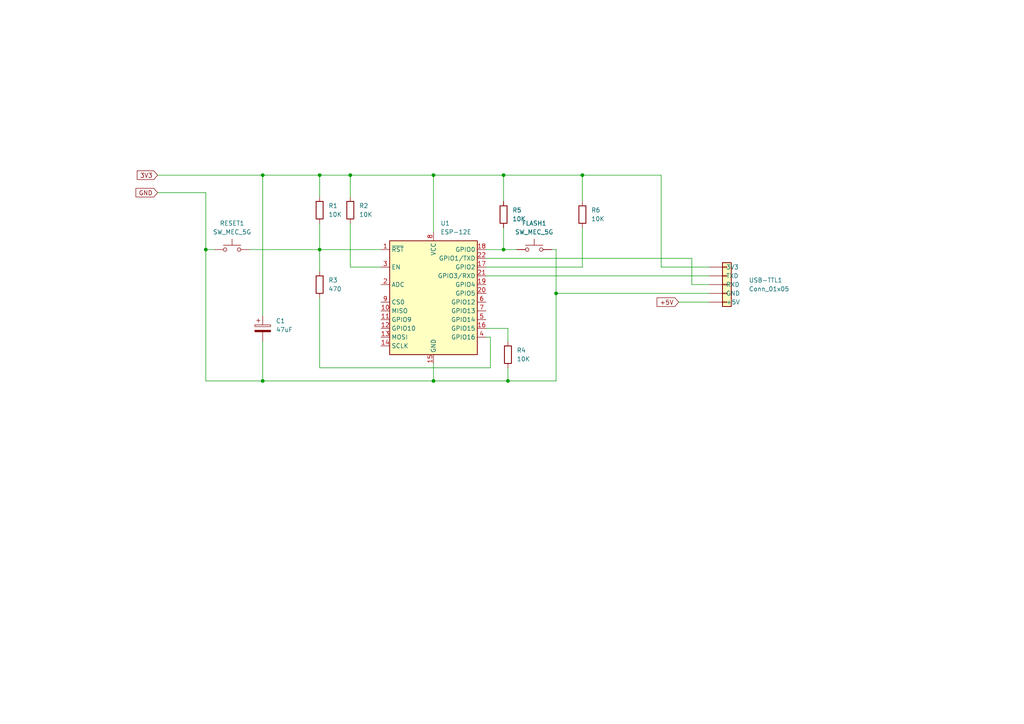
<source format=kicad_sch>
(kicad_sch (version 20211123) (generator eeschema)
  (paper "A4")
  (lib_symbols
    (symbol "Connector_Generic:Conn_01x05" (pin_numbers hide) (pin_names (offset 1.016))
      (property "Reference" "USB-TTL" (at 6.35 1.27 0))
      (property "Value" "Conn_01x05" (at 6.35 -1.27 0))
      (symbol "Conn_01x05_1_1"
        (rectangle (start -1.27 -4.953) (end 0 -5.207) (stroke (width 0.1524)))
        (rectangle (start -1.27 -2.413) (end 0 -2.667) (stroke (width 0.1524)))
        (rectangle (start -1.27 0.127) (end 0 -0.127) (stroke (width 0.1524)))
        (rectangle (start -1.27 2.667) (end 0 2.413) (stroke (width 0.1524)))
        (rectangle (start -1.27 5.207) (end 0 4.953) (stroke (width 0.1524)))
        (rectangle (start -1.27 6.35) (end 1.27 -6.35) (stroke (width 0.254)) (fill (type background)))
        (pin passive line (at -5.08 5.08 0) (length 3.81) (name "3V3") (number "1"))
        (pin passive line (at -5.08 2.54 0) (length 3.81) (name "TXD") (number "2"))
        (pin passive line (at -5.08 0 0) (length 3.81) (name "RXD") (number "3"))
        (pin passive line (at -5.08 -2.54 0) (length 3.81) (name "GND") (number "4"))
        (pin passive line (at -5.08 -5.08 0) (length 3.81) (name "+5V") (number "5"))
      )
    )
    (symbol "Device:C_Polarized" (pin_numbers hide) (pin_names (offset 0.254))
      (property "Reference" "C" (at 0.635 2.54 0))
      (property "Value" "C_Polarized" (at 0.635 -2.54 0))
      (symbol "C_Polarized_0_1"
        (rectangle (start -2.286 0.508) (end 2.286 1.016))
        (polyline (pts (xy -1.778 2.286) (xy -0.762 2.286)))
        (polyline (pts (xy -1.27 2.794) (xy -1.27 1.778)))
        (rectangle (start 2.286 -0.508) (end -2.286 -1.016) (fill (type outline)))
      )
      (symbol "C_Polarized_1_1"
        (pin passive line (at 0 3.81 270) (length 2.794) (name "~") (number "1"))
        (pin passive line (at 0 -3.81 90) (length 2.794) (name "~") (number "2"))
      )
    )
    (symbol "Device:R" (pin_numbers hide) (pin_names (offset 0))
      (property "Reference" "R" (at 2.032 0 90))
      (property "Value" "R" (at 0 0 90))
      (symbol "R_0_1"
        (rectangle (start -1.016 -2.54) (end 1.016 2.54) (stroke (width 0.254)))
      )
      (symbol "R_1_1"
        (pin passive line (at 0 3.81 270) (length 1.27) (name "~") (number "1"))
        (pin passive line (at 0 -3.81 90) (length 1.27) (name "~") (number "2"))
      )
    )
    (symbol "RF_Module:ESP-12E"
      (property "Reference" "U" (at -12.7 19.05 0))
      (property "Value" "ESP-12E" (at 12.7 19.05 0))
      (symbol "ESP-12E_0_1"
        (rectangle (start -12.7 17.78) (end 12.7 -15.24) (stroke (width 0.254)) (fill (type background)))
      )
      (symbol "ESP-12E_1_1"
        (pin input line (at -15.24 15.24 0) (length 2.54) (name "~{RST}") (number "1"))
        (pin bidirectional line (at -15.24 -2.54 0) (length 2.54) (name "MISO") (number "10"))
        (pin bidirectional line (at -15.24 -5.08 0) (length 2.54) (name "GPIO9") (number "11"))
        (pin bidirectional line (at -15.24 -7.62 0) (length 2.54) (name "GPIO10") (number "12"))
        (pin bidirectional line (at -15.24 -10.16 0) (length 2.54) (name "MOSI") (number "13"))
        (pin bidirectional line (at -15.24 -12.7 0) (length 2.54) (name "SCLK") (number "14"))
        (pin power_in line (at 0 -17.78 90) (length 2.54) (name "GND") (number "15"))
        (pin bidirectional line (at 15.24 -7.62 180) (length 2.54) (name "GPIO15") (number "16"))
        (pin bidirectional line (at 15.24 10.16 180) (length 2.54) (name "GPIO2") (number "17"))
        (pin bidirectional line (at 15.24 15.24 180) (length 2.54) (name "GPIO0") (number "18"))
        (pin bidirectional line (at 15.24 5.08 180) (length 2.54) (name "GPIO4") (number "19"))
        (pin input line (at -15.24 5.08 0) (length 2.54) (name "ADC") (number "2"))
        (pin bidirectional line (at 15.24 2.54 180) (length 2.54) (name "GPIO5") (number "20"))
        (pin bidirectional line (at 15.24 7.62 180) (length 2.54) (name "GPIO3/RXD") (number "21"))
        (pin bidirectional line (at 15.24 12.7 180) (length 2.54) (name "GPIO1/TXD") (number "22"))
        (pin input line (at -15.24 10.16 0) (length 2.54) (name "EN") (number "3"))
        (pin bidirectional line (at 15.24 -10.16 180) (length 2.54) (name "GPIO16") (number "4"))
        (pin bidirectional line (at 15.24 -5.08 180) (length 2.54) (name "GPIO14") (number "5"))
        (pin bidirectional line (at 15.24 0 180) (length 2.54) (name "GPIO12") (number "6"))
        (pin bidirectional line (at 15.24 -2.54 180) (length 2.54) (name "GPIO13") (number "7"))
        (pin power_in line (at 0 20.32 270) (length 2.54) (name "VCC") (number "8"))
        (pin input line (at -15.24 0 0) (length 2.54) (name "CS0") (number "9"))
      )
    )
    (symbol "Switch:SW_MEC_5G" (pin_numbers hide) (pin_names (offset 1.016) hide)
      (property "Reference" "SW" (at 1.27 2.54 0))
      (property "Value" "SW_MEC_5G" (at 0 -1.524 0))
      (symbol "SW_MEC_5G_0_1"
        (circle (center -2.032 0) (radius 0.508))
        (polyline (pts (xy 0 1.27) (xy 0 3.048)))
        (polyline (pts (xy 2.54 1.27) (xy -2.54 1.27)))
        (circle (center 2.032 0) (radius 0.508))
        (pin passive line (at -5.08 0 0) (length 2.54) (name "A") (number "1"))
        (pin passive line (at 5.08 0 180) (length 2.54) (name "B") (number "3"))
      )
      (symbol "SW_MEC_5G_1_1"
        (pin passive line (at -5.08 0 0) (length 2.54) hide (name "A") (number "2"))
        (pin passive line (at 5.08 0 180) (length 2.54) hide (name "B") (number "4"))
      )
    )
  )
  (junction (at 92.71 72.39))
  (junction (at 101.6 50.8))
  (junction (at 168.91 50.8))
  (junction (at 146.05 50.8))
  (junction (at 59.69 72.39))
  (junction (at 161.29 85.09))
  (junction (at 76.2 110.49))
  (junction (at 125.73 50.8))
  (junction (at 76.2 50.8))
  (junction (at 125.73 110.49))
  (junction (at 146.05 72.39))
  (junction (at 147.32 110.49))
  (junction (at 92.71 50.8))
  (wire (pts (xy 76.2 50.8) (xy 76.2 91.44)))
  (wire (pts (xy 140.97 80.01) (xy 205.74 80.01)))
  (wire (pts (xy 101.6 50.8) (xy 125.73 50.8)))
  (wire (pts (xy 191.77 50.8) (xy 191.77 77.47)))
  (wire (pts (xy 92.71 78.74) (xy 92.71 72.39)))
  (wire (pts (xy 168.91 58.42) (xy 168.91 50.8)))
  (wire (pts (xy 142.24 97.79) (xy 140.97 97.79)))
  (wire (pts (xy 45.72 50.8) (xy 76.2 50.8)))
  (wire (pts (xy 161.29 110.49) (xy 147.32 110.49)))
  (wire (pts (xy 92.71 64.77) (xy 92.71 72.39)))
  (wire (pts (xy 92.71 50.8) (xy 101.6 50.8)))
  (wire (pts (xy 146.05 58.42) (xy 146.05 50.8)))
  (wire (pts (xy 196.85 87.63) (xy 205.74 87.63)))
  (wire (pts (xy 76.2 110.49) (xy 125.73 110.49)))
  (wire (pts (xy 92.71 50.8) (xy 92.71 57.15)))
  (wire (pts (xy 147.32 110.49) (xy 125.73 110.49)))
  (wire (pts (xy 147.32 106.68) (xy 147.32 110.49)))
  (wire (pts (xy 92.71 106.68) (xy 142.24 106.68)))
  (wire (pts (xy 59.69 55.88) (xy 59.69 72.39)))
  (wire (pts (xy 72.39 72.39) (xy 92.71 72.39)))
  (wire (pts (xy 147.32 95.25) (xy 140.97 95.25)))
  (wire (pts (xy 59.69 110.49) (xy 59.69 72.39)))
  (wire (pts (xy 101.6 64.77) (xy 101.6 77.47)))
  (wire (pts (xy 125.73 105.41) (xy 125.73 110.49)))
  (wire (pts (xy 168.91 66.04) (xy 168.91 77.47)))
  (wire (pts (xy 205.74 77.47) (xy 191.77 77.47)))
  (wire (pts (xy 168.91 50.8) (xy 146.05 50.8)))
  (wire (pts (xy 161.29 85.09) (xy 205.74 85.09)))
  (wire (pts (xy 161.29 72.39) (xy 161.29 85.09)))
  (wire (pts (xy 92.71 86.36) (xy 92.71 106.68)))
  (wire (pts (xy 200.66 82.55) (xy 205.74 82.55)))
  (wire (pts (xy 140.97 74.93) (xy 200.66 74.93)))
  (wire (pts (xy 191.77 50.8) (xy 168.91 50.8)))
  (wire (pts (xy 101.6 77.47) (xy 110.49 77.47)))
  (wire (pts (xy 140.97 72.39) (xy 146.05 72.39)))
  (wire (pts (xy 45.72 55.88) (xy 59.69 55.88)))
  (wire (pts (xy 160.02 72.39) (xy 161.29 72.39)))
  (wire (pts (xy 59.69 72.39) (xy 62.23 72.39)))
  (wire (pts (xy 142.24 106.68) (xy 142.24 97.79)))
  (wire (pts (xy 147.32 99.06) (xy 147.32 95.25)))
  (wire (pts (xy 168.91 77.47) (xy 140.97 77.47)))
  (wire (pts (xy 92.71 72.39) (xy 110.49 72.39)))
  (wire (pts (xy 161.29 85.09) (xy 161.29 110.49)))
  (wire (pts (xy 76.2 50.8) (xy 92.71 50.8)))
  (wire (pts (xy 76.2 99.06) (xy 76.2 110.49)))
  (wire (pts (xy 101.6 50.8) (xy 101.6 57.15)))
  (wire (pts (xy 125.73 67.31) (xy 125.73 50.8)))
  (wire (pts (xy 146.05 50.8) (xy 125.73 50.8)))
  (wire (pts (xy 200.66 74.93) (xy 200.66 82.55)))
  (wire (pts (xy 146.05 66.04) (xy 146.05 72.39)))
  (wire (pts (xy 76.2 110.49) (xy 59.69 110.49)))
  (wire (pts (xy 146.05 72.39) (xy 149.86 72.39)))
  (global_label "GND" (shape input) (at 45.72 55.88 180) (property "Intersheet References" "${INTERSHEET_REFS}" (effects hide)))
  (global_label "+5V" (shape input) (at 196.85 87.63 180) (property "Intersheet References" "${INTERSHEET_REFS}" (effects hide)))
  (global_label "3V3" (shape input) (at 45.72 50.8 180) (property "Intersheet References" "${INTERSHEET_REFS}" (effects hide)))
  (symbol (lib_id "Device:R") (at 146.05 62.23 0) (unit 1)
    (property "Reference" "R5" (at 148.59 60.9599 0) (effects (justify left)))
    (property "Value" "10K" (at 148.59 63.4999 0) (effects (justify left)))
    (property "Footprint" "Resistor_THT:R_Axial_DIN0207_L6.3mm_D2.5mm_P10.16mm_Horizontal" (effects hide))
  )
  (symbol (lib_id "RF_Module:ESP-12E") (at 125.73 87.63 0) (unit 1)
    (property "Reference" "U1" (at 127.7494 64.77 0) (effects (justify left)))
    (property "Value" "ESP-12E" (at 127.7494 67.31 0) (effects (justify left)))
    (property "Footprint" "RF_Module:ESP-12E" (effects hide))
    (property "Datasheet" "http://wiki.ai-thinker.com/_media/esp8266/esp8266_series_modules_user_manual_v1.1.pdf" (effects hide))
  )
  (symbol (lib_id "Device:R") (at 92.71 82.55 0) (unit 1)
    (property "Reference" "R3" (at 95.25 81.2799 0) (effects (justify left)))
    (property "Value" "470" (at 95.25 83.8199 0) (effects (justify left)))
    (property "Footprint" "Resistor_THT:R_Axial_DIN0207_L6.3mm_D2.5mm_P10.16mm_Horizontal" (effects hide))
  )
  (symbol (lib_id "Device:R") (at 147.32 102.87 0) (unit 1)
    (property "Reference" "R4" (at 149.86 101.5999 0) (effects (justify left)))
    (property "Value" "10K" (at 149.86 104.1399 0) (effects (justify left)))
    (property "Footprint" "Resistor_THT:R_Axial_DIN0207_L6.3mm_D2.5mm_P10.16mm_Horizontal" (effects hide))
  )
  (symbol (lib_id "Switch:SW_MEC_5G") (at 67.31 72.39 0) (unit 1)
    (property "Reference" "RESET1" (at 67.31 64.77 0))
    (property "Value" "SW_MEC_5G" (at 67.31 67.31 0))
    (property "Footprint" "Button_Switch_SMD:SW_MEC_5GSH9" (effects hide))
    (property "Datasheet" "http://www.apem.com/int/index.php?controller=attachment&id_attachment=488" (effects hide))
  )
  (symbol (lib_id "Device:R") (at 168.91 62.23 0) (unit 1)
    (property "Reference" "R6" (at 171.45 60.9599 0) (effects (justify left)))
    (property "Value" "10K" (at 171.45 63.4999 0) (effects (justify left)))
    (property "Footprint" "Resistor_THT:R_Axial_DIN0207_L6.3mm_D2.5mm_P10.16mm_Horizontal" (effects hide))
  )
  (symbol (lib_id "Device:R") (at 101.6 60.96 0) (unit 1)
    (property "Reference" "R2" (at 104.14 59.6899 0) (effects (justify left)))
    (property "Value" "10K" (at 104.14 62.2299 0) (effects (justify left)))
    (property "Footprint" "Resistor_THT:R_Axial_DIN0207_L6.3mm_D2.5mm_P10.16mm_Horizontal" (effects hide))
  )
  (symbol (lib_id "Switch:SW_MEC_5G") (at 154.94 72.39 0) (unit 1)
    (property "Reference" "FLASH1" (at 154.94 64.77 0))
    (property "Value" "SW_MEC_5G" (at 154.94 67.31 0))
    (property "Footprint" "Button_Switch_SMD:SW_MEC_5GSH9" (effects hide))
    (property "Datasheet" "http://www.apem.com/int/index.php?controller=attachment&id_attachment=488" (effects hide))
  )
  (symbol (lib_id "Device:R") (at 92.71 60.96 0) (unit 1)
    (property "Reference" "R1" (at 95.25 59.6899 0) (effects (justify left)))
    (property "Value" "10K" (at 95.25 62.2299 0) (effects (justify left)))
    (property "Footprint" "Resistor_THT:R_Axial_DIN0207_L6.3mm_D2.5mm_P10.16mm_Horizontal" (effects hide))
  )
  (symbol (lib_id "Connector_Generic:Conn_01x05") (at 210.82 82.55 0) (unit 1)
    (property "Reference" "USB-TTL1" (at 217.17 81.28 0) (effects (justify left)))
    (property "Value" "Conn_01x05" (at 217.17 83.82 0) (effects (justify left)))
    (property "Footprint" "Connector_PinSocket_2.00mm:PinSocket_1x05_P2.00mm_Horizontal" (effects hide))
  )
  (symbol (lib_id "Device:C_Polarized") (at 76.2 95.25 0) (unit 1)
    (property "Reference" "C1" (at 80.01 93.0909 0) (effects (justify left)))
    (property "Value" "47uF" (at 80.01 95.6309 0) (effects (justify left)))
    (property "Footprint" "Capacitor_THT:CP_Radial_D5.0mm_P2.50mm" (effects hide))
  )
)
</source>
